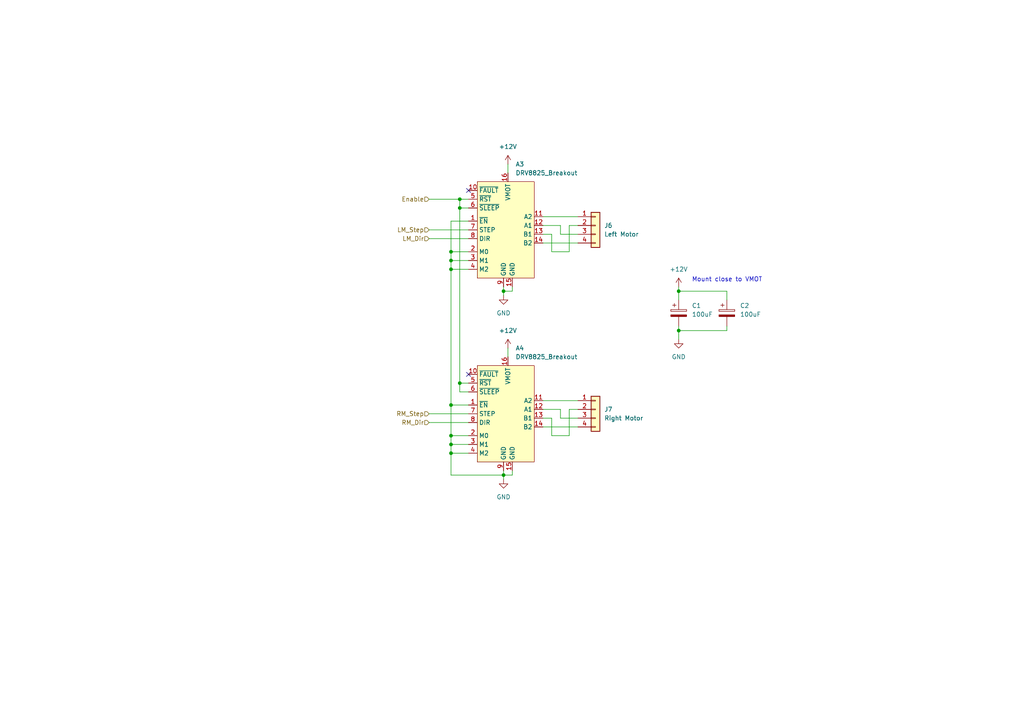
<source format=kicad_sch>
(kicad_sch (version 20230121) (generator eeschema)
  (paper "A4")
  (title_block (title "Valiant Turtle 2 - NEMA 17 Drivers") (date "2024-01-04") (rev "1_0") (company "https://www.waitingforfriday.com") (comment 1 "(c) 2024 Simon Inns") (comment 2 "License: Attribution-ShareAlike 4.0 International (CC BY-SA 4.0)"))
  (lib_symbols
    (symbol "Connector_Generic:Conn_01x04" (pin_names (offset 1.016) hide)
      (property "Reference" "J" (at 0 5.08 0))
      (property "Value" "Conn_01x04" (at 0 -7.62 0))
      (symbol "Conn_01x04_1_1"
        (rectangle (start -1.27 -4.953) (end 0 -5.207) (stroke (width 0.1524)))
        (rectangle (start -1.27 -2.413) (end 0 -2.667) (stroke (width 0.1524)))
        (rectangle (start -1.27 0.127) (end 0 -0.127) (stroke (width 0.1524)))
        (rectangle (start -1.27 2.667) (end 0 2.413) (stroke (width 0.1524)))
        (rectangle (start -1.27 3.81) (end 1.27 -6.35) (stroke (width 0.254)) (fill (type background)))
        (pin passive line (at -5.08 2.54 0) (length 3.81) (name "Pin_1") (number "1"))
        (pin passive line (at -5.08 0 0) (length 3.81) (name "Pin_2") (number "2"))
        (pin passive line (at -5.08 -2.54 0) (length 3.81) (name "Pin_3") (number "3"))
        (pin passive line (at -5.08 -5.08 0) (length 3.81) (name "Pin_4") (number "4"))
      )
    )
    (symbol "DRV8825_Breakout_1"
      (property "Reference" "A" (at 3.81 17.78 0))
      (property "Value" "DRV8825_Breakout" (at 11.43 15.24 0))
      (symbol "DRV8825_Breakout_1_1_1"
        (rectangle (start -8.89 13.97) (end 7.62 -13.97) (fill (type background)))
        (pin input line (at -11.43 2.54 0) (length 2.54) (name "~{EN}") (number "1"))
        (pin output line (at -11.43 11.43 0) (length 2.54) (name "~{FAULT}") (number "10"))
        (pin output line (at 10.16 3.81 180) (length 2.54) (name "A2") (number "11"))
        (pin output line (at 10.16 1.27 180) (length 2.54) (name "A1") (number "12"))
        (pin output line (at 10.16 -1.27 180) (length 2.54) (name "B1") (number "13"))
        (pin output line (at 10.16 -3.81 180) (length 2.54) (name "B2") (number "14"))
        (pin power_in line (at 1.27 -16.51 90) (length 2.54) (name "GND") (number "15"))
        (pin power_in line (at 0 16.51 270) (length 2.54) (name "VMOT") (number "16"))
        (pin input line (at -11.43 -6.35 0) (length 2.54) (name "M0") (number "2"))
        (pin input line (at -11.43 -8.89 0) (length 2.54) (name "M1") (number "3"))
        (pin input line (at -11.43 -11.43 0) (length 2.54) (name "M2") (number "4"))
        (pin input line (at -11.43 8.89 0) (length 2.54) (name "~{RST}") (number "5"))
        (pin input line (at -11.43 6.35 0) (length 2.54) (name "~{SLEEP}") (number "6"))
        (pin input line (at -11.43 0 0) (length 2.54) (name "STEP") (number "7"))
        (pin input line (at -11.43 -2.54 0) (length 2.54) (name "DIR") (number "8"))
        (pin power_in line (at -1.27 -16.51 90) (length 2.54) (name "GND") (number "9"))
      )
    )
    (symbol "Device:C_Polarized" (pin_numbers hide) (pin_names (offset 0.254))
      (property "Reference" "C" (at 0.635 2.54 0))
      (property "Value" "C_Polarized" (at 0.635 -2.54 0))
      (symbol "C_Polarized_0_1"
        (rectangle (start -2.286 0.508) (end 2.286 1.016))
        (polyline (pts (xy -1.778 2.286) (xy -0.762 2.286)))
        (polyline (pts (xy -1.27 2.794) (xy -1.27 1.778)))
        (rectangle (start 2.286 -0.508) (end -2.286 -1.016) (fill (type outline)))
      )
      (symbol "C_Polarized_1_1"
        (pin passive line (at 0 3.81 270) (length 2.794) (name "~") (number "1"))
        (pin passive line (at 0 -3.81 90) (length 2.794) (name "~") (number "2"))
      )
    )
    (symbol "drv8825:DRV8825_Breakout"
      (property "Reference" "A" (at 3.81 17.78 0))
      (property "Value" "DRV8825_Breakout" (at 11.43 15.24 0))
      (symbol "DRV8825_Breakout_1_1"
        (rectangle (start -8.89 13.97) (end 7.62 -13.97) (fill (type background)))
        (pin input line (at -11.43 2.54 0) (length 2.54) (name "~{EN}") (number "1"))
        (pin output line (at -11.43 11.43 0) (length 2.54) (name "~{FAULT}") (number "10"))
        (pin output line (at 10.16 3.81 180) (length 2.54) (name "A2") (number "11"))
        (pin output line (at 10.16 1.27 180) (length 2.54) (name "A1") (number "12"))
        (pin output line (at 10.16 -1.27 180) (length 2.54) (name "B1") (number "13"))
        (pin output line (at 10.16 -3.81 180) (length 2.54) (name "B2") (number "14"))
        (pin power_in line (at 1.27 -16.51 90) (length 2.54) (name "GND") (number "15"))
        (pin power_in line (at 0 16.51 270) (length 2.54) (name "VMOT") (number "16"))
        (pin input line (at -11.43 -6.35 0) (length 2.54) (name "M0") (number "2"))
        (pin input line (at -11.43 -8.89 0) (length 2.54) (name "M1") (number "3"))
        (pin input line (at -11.43 -11.43 0) (length 2.54) (name "M2") (number "4"))
        (pin input line (at -11.43 8.89 0) (length 2.54) (name "~{RST}") (number "5"))
        (pin input line (at -11.43 6.35 0) (length 2.54) (name "~{SLEEP}") (number "6"))
        (pin input line (at -11.43 0 0) (length 2.54) (name "STEP") (number "7"))
        (pin input line (at -11.43 -2.54 0) (length 2.54) (name "DIR") (number "8"))
        (pin power_in line (at -1.27 -16.51 90) (length 2.54) (name "GND") (number "9"))
      )
    )
    (symbol "power:+12V" (power) (pin_names (offset 0))
      (property "Value" "+12V" (at 0 3.556 0))
      (symbol "+12V_0_1"
        (polyline (pts (xy -0.762 1.27) (xy 0 2.54)))
        (polyline (pts (xy 0 0) (xy 0 2.54)))
        (polyline (pts (xy 0 2.54) (xy 0.762 1.27)))
      )
      (symbol "+12V_1_1"
        (pin power_in line (at 0 0 90) (length 0) hide (name "+12V") (number "1"))
      )
    )
    (symbol "power:GND" (power) (pin_names (offset 0))
      (property "Value" "GND" (at 0 -3.81 0))
      (symbol "GND_0_1"
        (polyline (pts (xy 0 0) (xy 0 -1.27) (xy 1.27 -1.27) (xy 0 -2.54) (xy -1.27 -1.27) (xy 0 -1.27)))
      )
      (symbol "GND_1_1"
        (pin power_in line (at 0 0 270) (length 0) hide (name "GND") (number "1"))
      )
    )
  )
  (junction (at 130.81 126.365))
  (junction (at 130.81 117.475))
  (junction (at 133.35 57.785))
  (junction (at 130.81 73.025))
  (junction (at 130.81 128.905))
  (junction (at 196.85 95.885))
  (junction (at 146.05 137.795))
  (junction (at 146.05 84.455))
  (junction (at 130.81 131.445))
  (junction (at 130.81 78.105))
  (junction (at 196.85 84.455))
  (junction (at 133.35 111.125))
  (junction (at 133.35 60.325))
  (junction (at 130.81 75.565))
  (no_connect (at 135.89 108.585))
  (no_connect (at 135.89 55.245))
  (wire (pts (xy 157.48 65.405) (xy 162.56 65.405)))
  (wire (pts (xy 135.89 64.135) (xy 130.81 64.135)))
  (wire (pts (xy 130.81 78.105) (xy 135.89 78.105)))
  (wire (pts (xy 130.81 75.565) (xy 130.81 78.105)))
  (wire (pts (xy 210.82 94.615) (xy 210.82 95.885)))
  (wire (pts (xy 130.81 128.905) (xy 130.81 131.445)))
  (wire (pts (xy 130.81 75.565) (xy 135.89 75.565)))
  (wire (pts (xy 130.81 117.475) (xy 135.89 117.475)))
  (wire (pts (xy 130.81 126.365) (xy 135.89 126.365)))
  (wire (pts (xy 130.81 78.105) (xy 130.81 117.475)))
  (wire (pts (xy 135.89 113.665) (xy 133.35 113.665)))
  (wire (pts (xy 130.81 131.445) (xy 130.81 137.795)))
  (wire (pts (xy 135.89 73.025) (xy 130.81 73.025)))
  (wire (pts (xy 130.81 73.025) (xy 130.81 75.565)))
  (wire (pts (xy 147.32 100.965) (xy 147.32 103.505)))
  (wire (pts (xy 133.35 60.325) (xy 135.89 60.325)))
  (wire (pts (xy 146.05 137.795) (xy 146.05 139.065)))
  (wire (pts (xy 165.1 65.405) (xy 167.64 65.405)))
  (wire (pts (xy 160.02 126.365) (xy 165.1 126.365)))
  (wire (pts (xy 196.85 95.885) (xy 196.85 98.425)))
  (wire (pts (xy 162.56 65.405) (xy 162.56 67.945)))
  (wire (pts (xy 210.82 84.455) (xy 196.85 84.455)))
  (wire (pts (xy 210.82 86.995) (xy 210.82 84.455)))
  (wire (pts (xy 157.48 118.745) (xy 162.56 118.745)))
  (wire (pts (xy 130.81 131.445) (xy 135.89 131.445)))
  (wire (pts (xy 196.85 83.185) (xy 196.85 84.455)))
  (wire (pts (xy 165.1 118.745) (xy 167.64 118.745)))
  (wire (pts (xy 124.46 120.015) (xy 135.89 120.015)))
  (wire (pts (xy 146.05 84.455) (xy 146.05 85.725)))
  (wire (pts (xy 157.48 67.945) (xy 160.02 67.945)))
  (wire (pts (xy 165.1 73.025) (xy 165.1 65.405)))
  (wire (pts (xy 133.35 57.785) (xy 135.89 57.785)))
  (wire (pts (xy 160.02 73.025) (xy 165.1 73.025)))
  (wire (pts (xy 160.02 121.285) (xy 160.02 126.365)))
  (wire (pts (xy 157.48 121.285) (xy 160.02 121.285)))
  (wire (pts (xy 130.81 137.795) (xy 146.05 137.795)))
  (wire (pts (xy 147.32 47.625) (xy 147.32 50.165)))
  (wire (pts (xy 124.46 122.555) (xy 135.89 122.555)))
  (wire (pts (xy 148.59 84.455) (xy 146.05 84.455)))
  (wire (pts (xy 196.85 94.615) (xy 196.85 95.885)))
  (wire (pts (xy 157.48 116.205) (xy 167.64 116.205)))
  (wire (pts (xy 210.82 95.885) (xy 196.85 95.885)))
  (wire (pts (xy 157.48 62.865) (xy 167.64 62.865)))
  (wire (pts (xy 133.35 60.325) (xy 133.35 57.785)))
  (wire (pts (xy 162.56 121.285) (xy 167.64 121.285)))
  (wire (pts (xy 130.81 126.365) (xy 130.81 128.905)))
  (wire (pts (xy 157.48 70.485) (xy 167.64 70.485)))
  (wire (pts (xy 148.59 83.185) (xy 148.59 84.455)))
  (wire (pts (xy 130.81 128.905) (xy 135.89 128.905)))
  (wire (pts (xy 130.81 117.475) (xy 130.81 126.365)))
  (wire (pts (xy 146.05 136.525) (xy 146.05 137.795)))
  (wire (pts (xy 148.59 137.795) (xy 146.05 137.795)))
  (wire (pts (xy 162.56 118.745) (xy 162.56 121.285)))
  (wire (pts (xy 196.85 84.455) (xy 196.85 86.995)))
  (wire (pts (xy 162.56 67.945) (xy 167.64 67.945)))
  (wire (pts (xy 124.46 57.785) (xy 133.35 57.785)))
  (wire (pts (xy 133.35 113.665) (xy 133.35 111.125)))
  (wire (pts (xy 148.59 136.525) (xy 148.59 137.795)))
  (wire (pts (xy 130.81 64.135) (xy 130.81 73.025)))
  (wire (pts (xy 133.35 111.125) (xy 135.89 111.125)))
  (wire (pts (xy 157.48 123.825) (xy 167.64 123.825)))
  (wire (pts (xy 124.46 66.675) (xy 135.89 66.675)))
  (wire (pts (xy 160.02 67.945) (xy 160.02 73.025)))
  (wire (pts (xy 124.46 69.215) (xy 135.89 69.215)))
  (wire (pts (xy 146.05 83.185) (xy 146.05 84.455)))
  (wire (pts (xy 165.1 126.365) (xy 165.1 118.745)))
  (wire (pts (xy 133.35 111.125) (xy 133.35 60.325)))
  (text "Mount close to VMOT" (at 200.66 81.915 0) (effects (font (size 1.27 1.27)) (justify left bottom)))
  (hierarchical_label "LM_Step" (shape input) (at 124.46 66.675 180))
  (hierarchical_label "Enable" (shape input) (at 124.46 57.785 180))
  (hierarchical_label "RM_Step" (shape input) (at 124.46 120.015 180))
  (hierarchical_label "LM_Dir" (shape input) (at 124.46 69.215 180))
  (hierarchical_label "RM_Dir" (shape input) (at 124.46 122.555 180))
  (symbol (lib_id "Connector_Generic:Conn_01x04") (at 172.72 118.745 0) (unit 1)
    (property "Reference" "J7" (at 175.26 118.745 0) (effects (justify left)))
    (property "Value" "Right Motor" (at 175.26 121.285 0) (effects (justify left)))
    (property "Footprint" "Connector_JST:JST_XH_B4B-XH-A_1x04_P2.50mm_Vertical" (effects hide))
    (instances (project "valiant-turtle-2" (path "" (reference "J7") (unit 1)) (path "" (reference "J6") (unit 1))))
  )
  (symbol (lib_id "power:GND") (at 146.05 139.065 0) (unit 1)
    (property "Reference" "#PWR018" (effects hide))
    (property "Value" "GND" (at 146.05 144.145 0))
    (instances (project "valiant-turtle-2" (path "" (reference "#PWR018") (unit 1)) (path "" (reference "#PWR014") (unit 1))))
  )
  (symbol (lib_name "DRV8825_Breakout_1") (lib_id "drv8825:DRV8825_Breakout") (at 147.32 120.015 0) (unit 1)
    (property "Reference" "A4" (at 149.5141 100.965 0) (effects (justify left)))
    (property "Value" "DRV8825_Breakout" (at 149.5141 103.505 0) (effects (justify left)))
    (property "Footprint" "Module:Pololu_Breakout-16_15.2x20.3mm" (effects hide))
    (instances (project "valiant-turtle-2" (path "" (reference "A4") (unit 1)) (path "" (reference "A2") (unit 1))))
  )
  (symbol (lib_id "Device:C_Polarized") (at 210.82 90.805 0) (unit 1)
    (property "Reference" "C2" (at 214.63 88.646 0) (effects (justify left)))
    (property "Value" "100uF" (at 214.63 91.186 0) (effects (justify left)))
    (property "Footprint" "Capacitor_SMD:CP_Elec_8x6.2" (effects hide))
    (instances (project "valiant-turtle-2" (path "" (reference "C2") (unit 1)) (path "" (reference "C4") (unit 1))))
  )
  (symbol (lib_id "power:+12V") (at 196.85 83.185 0) (unit 1)
    (property "Reference" "#PWR05" (effects hide))
    (property "Value" "+12V" (at 196.85 78.105 0))
    (instances (project "valiant-turtle-2" (path "" (reference "#PWR05") (unit 1)) (path "" (reference "#PWR017") (unit 1))))
  )
  (symbol (lib_id "power:GND") (at 196.85 98.425 0) (unit 1)
    (property "Reference" "#PWR06" (effects hide))
    (property "Value" "GND" (at 196.85 103.505 0))
    (instances (project "valiant-turtle-2" (path "" (reference "#PWR06") (unit 1)) (path "" (reference "#PWR018") (unit 1))))
  )
  (symbol (lib_id "Connector_Generic:Conn_01x04") (at 172.72 65.405 0) (unit 1)
    (property "Reference" "J6" (at 175.26 65.405 0) (effects (justify left)))
    (property "Value" "Left Motor" (at 175.26 67.945 0) (effects (justify left)))
    (property "Footprint" "Connector_JST:JST_XH_B4B-XH-A_1x04_P2.50mm_Vertical" (effects hide))
    (instances (project "valiant-turtle-2" (path "" (reference "J6") (unit 1)) (path "" (reference "J5") (unit 1))))
  )
  (symbol (lib_id "Device:C_Polarized") (at 196.85 90.805 0) (unit 1)
    (property "Reference" "C1" (at 200.66 88.646 0) (effects (justify left)))
    (property "Value" "100uF" (at 200.66 91.186 0) (effects (justify left)))
    (property "Footprint" "Capacitor_SMD:CP_Elec_8x6.2" (effects hide))
    (instances (project "valiant-turtle-2" (path "" (reference "C1") (unit 1)) (path "" (reference "C3") (unit 1))))
  )
  (symbol (lib_id "power:GND") (at 146.05 85.725 0) (unit 1)
    (property "Reference" "#PWR017" (effects hide))
    (property "Value" "GND" (at 146.05 90.805 0))
    (instances (project "valiant-turtle-2" (path "" (reference "#PWR017") (unit 1)) (path "" (reference "#PWR013") (unit 1))))
  )
  (symbol (lib_id "drv8825:DRV8825_Breakout") (at 147.32 66.675 0) (unit 1)
    (property "Reference" "A3" (at 149.5141 47.625 0) (effects (justify left)))
    (property "Value" "DRV8825_Breakout" (at 149.5141 50.165 0) (effects (justify left)))
    (property "Footprint" "Module:Pololu_Breakout-16_15.2x20.3mm" (effects hide))
    (instances (project "valiant-turtle-2" (path "" (reference "A3") (unit 1)) (path "" (reference "A1") (unit 1))))
  )
  (symbol (lib_id "power:+12V") (at 147.32 47.625 0) (unit 1)
    (property "Reference" "#PWR015" (effects hide))
    (property "Value" "+12V" (at 147.32 42.545 0))
  )
  (symbol (lib_id "power:+12V") (at 147.32 100.965 0) (unit 1)
    (property "Reference" "#PWR016" (effects hide))
    (property "Value" "+12V" (at 147.32 95.885 0))
  )
)
</source>
